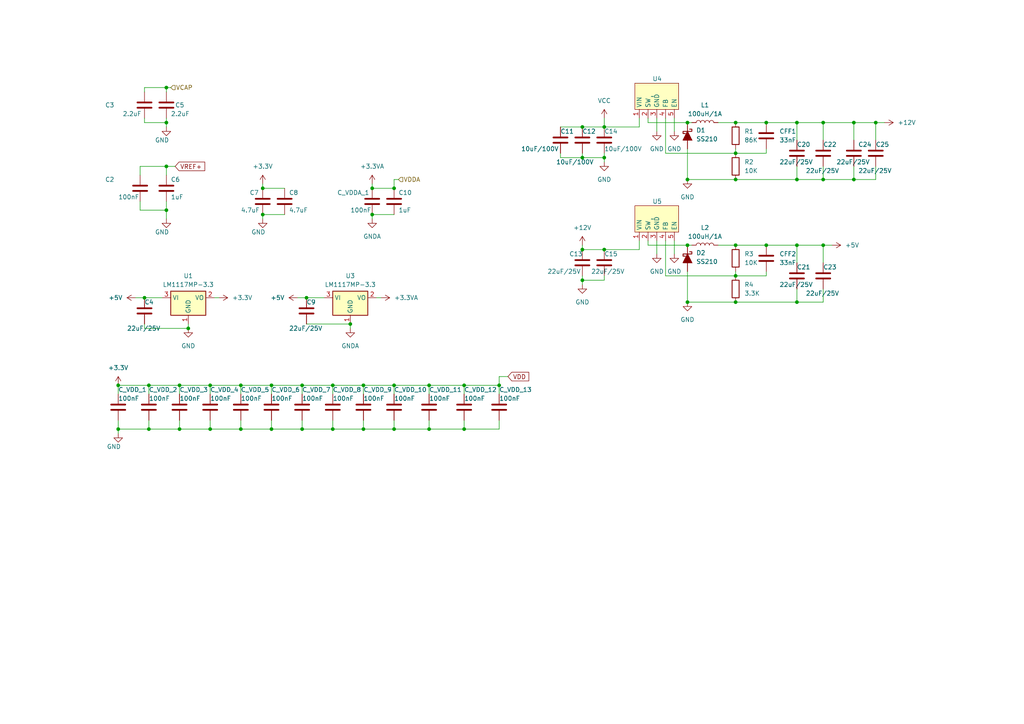
<source format=kicad_sch>
(kicad_sch (version 20230121) (generator eeschema)
  (paper "A4")
  (lib_symbols
    (symbol "CycleIQ:XL7015E1"
      (property "Reference" "U" (at 1.27 5.08 0))
      (symbol "XL7015E1_1_1"
        (rectangle (start -5.08 3.81) (end 7.62 -3.81) (fill (type background)))
        (pin power_in line (at -3.81 -6.35 90) (length 2.54) (name "VIN") (number "1"))
        (pin power_out line (at -1.27 -6.35 90) (length 2.54) (name "SW") (number "2"))
        (pin power_in line (at 1.27 -6.35 90) (length 2.54) (name "GND") (number "3"))
        (pin input line (at 3.81 -6.35 90) (length 2.54) (name "FB") (number "4"))
        (pin input line (at 6.35 -6.35 90) (length 2.54) (name "EN") (number "5"))
      )
    )
    (symbol "Device:C" (pin_numbers hide) (pin_names (offset 0.254))
      (property "Reference" "C" (at 0.635 2.54 0))
      (property "Value" "C" (at 0.635 -2.54 0))
      (symbol "C_0_1"
        (polyline (pts (xy -2.032 -0.762) (xy 2.032 -0.762)) (stroke (width 0.508)))
        (polyline (pts (xy -2.032 0.762) (xy 2.032 0.762)) (stroke (width 0.508)))
      )
      (symbol "C_1_1"
        (pin passive line (at 0 3.81 270) (length 2.794) (name "~") (number "1"))
        (pin passive line (at 0 -3.81 90) (length 2.794) (name "~") (number "2"))
      )
    )
    (symbol "Device:L" (pin_numbers hide) (pin_names (offset 1.016) hide)
      (property "Reference" "L" (at -1.27 0 90))
      (property "Value" "L" (at 1.905 0 90))
      (symbol "L_0_1"
        (arc (start 0 -2.54) (mid 0.6323 -1.905) (end 0 -1.27))
        (arc (start 0 -1.27) (mid 0.6323 -0.635) (end 0 0))
        (arc (start 0 0) (mid 0.6323 0.635) (end 0 1.27))
        (arc (start 0 1.27) (mid 0.6323 1.905) (end 0 2.54))
      )
      (symbol "L_1_1"
        (pin passive line (at 0 3.81 270) (length 1.27) (name "1") (number "1"))
        (pin passive line (at 0 -3.81 90) (length 1.27) (name "2") (number "2"))
      )
    )
    (symbol "Device:R" (pin_numbers hide) (pin_names (offset 0))
      (property "Reference" "R" (at 2.032 0 90))
      (property "Value" "R" (at 0 0 90))
      (symbol "R_0_1"
        (rectangle (start -1.016 -2.54) (end 1.016 2.54) (stroke (width 0.254)))
      )
      (symbol "R_1_1"
        (pin passive line (at 0 3.81 270) (length 1.27) (name "~") (number "1"))
        (pin passive line (at 0 -3.81 90) (length 1.27) (name "~") (number "2"))
      )
    )
    (symbol "PCM_Diode_Schottky_AKL:SS210" (pin_numbers hide) (pin_names (offset 1.016) hide)
      (property "Reference" "D" (at 0 5.08 0))
      (property "Value" "SS210" (at 0 2.54 0))
      (symbol "SS210_0_1"
        (polyline (pts (xy -1.27 0) (xy 1.27 0)))
        (polyline (pts (xy -1.27 -1.27) (xy -1.27 1.27) (xy 1.27 0) (xy -1.27 -1.27)) (stroke (width 0.254)) (fill (type outline)))
        (polyline (pts (xy 1.905 -0.635) (xy 1.905 -1.27) (xy 1.27 -1.27) (xy 1.27 1.27) (xy 0.635 1.27) (xy 0.635 0.635)) (stroke (width 0.254)))
      )
      (symbol "SS210_1_1"
        (pin passive line (at 3.81 0 180) (length 2.54) (name "K") (number "1"))
        (pin passive line (at -3.81 0 0) (length 2.54) (name "A") (number "2"))
      )
    )
    (symbol "Regulator_Linear:LM1117MP-3.3"
      (property "Reference" "U" (at -3.81 3.175 0))
      (property "Value" "LM1117MP-3.3" (at 0 3.175 0))
      (symbol "LM1117MP-3.3_0_1"
        (rectangle (start -5.08 -5.08) (end 5.08 1.905) (stroke (width 0.254)) (fill (type background)))
      )
      (symbol "LM1117MP-3.3_1_1"
        (pin power_in line (at 0 -7.62 90) (length 2.54) (name "GND") (number "1"))
        (pin power_out line (at 7.62 0 180) (length 2.54) (name "VO") (number "2"))
        (pin power_in line (at -7.62 0 0) (length 2.54) (name "VI") (number "3"))
      )
    )
    (symbol "power:+12V" (power) (pin_names (offset 0))
      (property "Value" "+12V" (at 0 3.556 0))
      (symbol "+12V_0_1"
        (polyline (pts (xy -0.762 1.27) (xy 0 2.54)))
        (polyline (pts (xy 0 0) (xy 0 2.54)))
        (polyline (pts (xy 0 2.54) (xy 0.762 1.27)))
      )
      (symbol "+12V_1_1"
        (pin power_in line (at 0 0 90) (length 0) hide (name "+12V") (number "1"))
      )
    )
    (symbol "power:+3.3V" (power) (pin_names (offset 0))
      (property "Value" "+3.3V" (at 0 3.556 0))
      (symbol "+3.3V_0_1"
        (polyline (pts (xy -0.762 1.27) (xy 0 2.54)))
        (polyline (pts (xy 0 0) (xy 0 2.54)))
        (polyline (pts (xy 0 2.54) (xy 0.762 1.27)))
      )
      (symbol "+3.3V_1_1"
        (pin power_in line (at 0 0 90) (length 0) hide (name "+3.3V") (number "1"))
      )
    )
    (symbol "power:+3.3VA" (power) (pin_names (offset 0))
      (property "Value" "+3.3VA" (at 0 3.556 0))
      (symbol "+3.3VA_0_1"
        (polyline (pts (xy -0.762 1.27) (xy 0 2.54)))
        (polyline (pts (xy 0 0) (xy 0 2.54)))
        (polyline (pts (xy 0 2.54) (xy 0.762 1.27)))
      )
      (symbol "+3.3VA_1_1"
        (pin power_in line (at 0 0 90) (length 0) hide (name "+3.3VA") (number "1"))
      )
    )
    (symbol "power:+5V" (power) (pin_names (offset 0))
      (property "Value" "+5V" (at 0 3.556 0))
      (symbol "+5V_0_1"
        (polyline (pts (xy -0.762 1.27) (xy 0 2.54)))
        (polyline (pts (xy 0 0) (xy 0 2.54)))
        (polyline (pts (xy 0 2.54) (xy 0.762 1.27)))
      )
      (symbol "+5V_1_1"
        (pin power_in line (at 0 0 90) (length 0) hide (name "+5V") (number "1"))
      )
    )
    (symbol "power:GND" (power) (pin_names (offset 0))
      (property "Value" "GND" (at 0 -3.81 0))
      (symbol "GND_0_1"
        (polyline (pts (xy 0 0) (xy 0 -1.27) (xy 1.27 -1.27) (xy 0 -2.54) (xy -1.27 -1.27) (xy 0 -1.27)))
      )
      (symbol "GND_1_1"
        (pin power_in line (at 0 0 270) (length 0) hide (name "GND") (number "1"))
      )
    )
    (symbol "power:GNDA" (power) (pin_names (offset 0))
      (property "Value" "GNDA" (at 0 -3.81 0))
      (symbol "GNDA_0_1"
        (polyline (pts (xy 0 0) (xy 0 -1.27) (xy 1.27 -1.27) (xy 0 -2.54) (xy -1.27 -1.27) (xy 0 -1.27)))
      )
      (symbol "GNDA_1_1"
        (pin power_in line (at 0 0 270) (length 0) hide (name "GNDA") (number "1"))
      )
    )
    (symbol "power:VCC" (power) (pin_names (offset 0))
      (property "Value" "VCC" (at 0 3.81 0))
      (symbol "VCC_0_1"
        (polyline (pts (xy -0.762 1.27) (xy 0 2.54)))
        (polyline (pts (xy 0 0) (xy 0 2.54)))
        (polyline (pts (xy 0 2.54) (xy 0.762 1.27)))
      )
      (symbol "VCC_1_1"
        (pin power_in line (at 0 0 90) (length 0) hide (name "VCC") (number "1"))
      )
    )
  )
  (junction (at 231.14 35.56))
  (junction (at 43.18 124.46))
  (junction (at 48.26 25.4))
  (junction (at 199.39 87.63))
  (junction (at 168.91 36.83))
  (junction (at 105.41 124.46))
  (junction (at 52.07 111.76))
  (junction (at 87.63 124.46))
  (junction (at 199.39 35.56))
  (junction (at 78.74 124.46))
  (junction (at 107.95 62.23))
  (junction (at 76.2 62.23))
  (junction (at 175.26 45.72))
  (junction (at 168.91 45.72))
  (junction (at 213.36 80.01))
  (junction (at 114.3 54.61))
  (junction (at 222.25 35.56))
  (junction (at 175.26 72.39))
  (junction (at 34.29 111.76))
  (junction (at 168.91 72.39))
  (junction (at 231.14 87.63))
  (junction (at 199.39 52.07))
  (junction (at 213.36 44.45))
  (junction (at 107.95 54.61))
  (junction (at 247.65 35.56))
  (junction (at 231.14 52.07))
  (junction (at 54.61 95.25))
  (junction (at 213.36 52.07))
  (junction (at 134.62 124.46))
  (junction (at 213.36 35.56))
  (junction (at 124.46 124.46))
  (junction (at 48.26 48.26))
  (junction (at 238.76 71.12))
  (junction (at 78.74 111.76))
  (junction (at 199.39 71.12))
  (junction (at 76.2 54.61))
  (junction (at 168.91 81.28))
  (junction (at 48.26 60.96))
  (junction (at 254 35.56))
  (junction (at 231.14 71.12))
  (junction (at 34.29 124.46))
  (junction (at 96.52 124.46))
  (junction (at 134.62 111.76))
  (junction (at 222.25 71.12))
  (junction (at 213.36 87.63))
  (junction (at 105.41 111.76))
  (junction (at 96.52 111.76))
  (junction (at 52.07 124.46))
  (junction (at 43.18 111.76))
  (junction (at 238.76 52.07))
  (junction (at 101.6 93.98))
  (junction (at 48.26 35.56))
  (junction (at 69.85 124.46))
  (junction (at 238.76 35.56))
  (junction (at 213.36 71.12))
  (junction (at 41.91 86.36))
  (junction (at 87.63 111.76))
  (junction (at 60.96 124.46))
  (junction (at 124.46 111.76))
  (junction (at 175.26 36.83))
  (junction (at 114.3 124.46))
  (junction (at 69.85 111.76))
  (junction (at 60.96 111.76))
  (junction (at 247.65 52.07))
  (junction (at 88.9 86.36))
  (junction (at 144.78 111.76))
  (junction (at 114.3 111.76))
  (wire (pts (xy 40.64 48.26) (xy 48.26 48.26)))
  (wire (pts (xy 247.65 40.64) (xy 247.65 35.56)))
  (wire (pts (xy 69.85 111.76) (xy 69.85 114.3)))
  (wire (pts (xy 41.91 25.4) (xy 41.91 26.67)))
  (wire (pts (xy 52.07 111.76) (xy 52.07 114.3)))
  (wire (pts (xy 107.95 54.61) (xy 114.3 54.61)))
  (wire (pts (xy 195.58 34.29) (xy 195.58 38.1)))
  (wire (pts (xy 222.25 35.56) (xy 231.14 35.56)))
  (wire (pts (xy 231.14 71.12) (xy 238.76 71.12)))
  (wire (pts (xy 231.14 52.07) (xy 238.76 52.07)))
  (wire (pts (xy 124.46 121.92) (xy 124.46 124.46)))
  (wire (pts (xy 185.42 72.39) (xy 185.42 69.85)))
  (wire (pts (xy 238.76 83.82) (xy 238.76 87.63)))
  (wire (pts (xy 175.26 72.39) (xy 185.42 72.39)))
  (wire (pts (xy 168.91 81.28) (xy 168.91 82.55)))
  (wire (pts (xy 208.28 35.56) (xy 213.36 35.56)))
  (wire (pts (xy 43.18 121.92) (xy 43.18 124.46)))
  (wire (pts (xy 48.26 60.96) (xy 48.26 58.42)))
  (wire (pts (xy 231.14 40.64) (xy 231.14 35.56)))
  (wire (pts (xy 101.6 93.98) (xy 101.6 95.25)))
  (wire (pts (xy 105.41 114.3) (xy 105.41 111.76)))
  (wire (pts (xy 222.25 80.01) (xy 213.36 80.01)))
  (wire (pts (xy 162.56 44.45) (xy 162.56 45.72)))
  (wire (pts (xy 34.29 111.76) (xy 43.18 111.76)))
  (wire (pts (xy 43.18 111.76) (xy 52.07 111.76)))
  (wire (pts (xy 48.26 25.4) (xy 49.53 25.4)))
  (wire (pts (xy 199.39 52.07) (xy 213.36 52.07)))
  (wire (pts (xy 60.96 111.76) (xy 69.85 111.76)))
  (wire (pts (xy 96.52 114.3) (xy 96.52 111.76)))
  (wire (pts (xy 213.36 78.74) (xy 213.36 80.01)))
  (wire (pts (xy 134.62 124.46) (xy 144.78 124.46)))
  (wire (pts (xy 41.91 35.56) (xy 48.26 35.56)))
  (wire (pts (xy 175.26 36.83) (xy 185.42 36.83)))
  (wire (pts (xy 78.74 114.3) (xy 78.74 111.76)))
  (wire (pts (xy 114.3 111.76) (xy 105.41 111.76)))
  (wire (pts (xy 213.36 35.56) (xy 222.25 35.56)))
  (wire (pts (xy 76.2 62.23) (xy 76.2 63.5)))
  (wire (pts (xy 88.9 86.36) (xy 93.98 86.36)))
  (wire (pts (xy 238.76 35.56) (xy 238.76 40.64)))
  (wire (pts (xy 222.25 71.12) (xy 231.14 71.12)))
  (wire (pts (xy 105.41 111.76) (xy 96.52 111.76)))
  (wire (pts (xy 254 40.64) (xy 254 35.56)))
  (wire (pts (xy 54.61 93.98) (xy 54.61 95.25)))
  (wire (pts (xy 34.29 111.76) (xy 34.29 114.3)))
  (wire (pts (xy 109.22 86.36) (xy 110.49 86.36)))
  (wire (pts (xy 124.46 111.76) (xy 124.46 114.3)))
  (wire (pts (xy 175.26 80.01) (xy 175.26 81.28)))
  (wire (pts (xy 43.18 124.46) (xy 52.07 124.46)))
  (wire (pts (xy 190.5 69.85) (xy 190.5 73.66)))
  (wire (pts (xy 69.85 124.46) (xy 60.96 124.46)))
  (wire (pts (xy 247.65 35.56) (xy 254 35.56)))
  (wire (pts (xy 190.5 34.29) (xy 190.5 38.1)))
  (wire (pts (xy 86.36 86.36) (xy 88.9 86.36)))
  (wire (pts (xy 87.63 124.46) (xy 96.52 124.46)))
  (wire (pts (xy 43.18 111.76) (xy 43.18 114.3)))
  (wire (pts (xy 187.96 69.85) (xy 187.96 71.12)))
  (wire (pts (xy 175.26 45.72) (xy 175.26 46.99)))
  (wire (pts (xy 193.04 80.01) (xy 193.04 69.85)))
  (wire (pts (xy 107.95 53.34) (xy 107.95 54.61)))
  (wire (pts (xy 82.55 62.23) (xy 76.2 62.23)))
  (wire (pts (xy 231.14 83.82) (xy 231.14 87.63)))
  (wire (pts (xy 48.26 25.4) (xy 48.26 26.67)))
  (wire (pts (xy 222.25 43.18) (xy 222.25 44.45)))
  (wire (pts (xy 238.76 35.56) (xy 247.65 35.56)))
  (wire (pts (xy 78.74 124.46) (xy 87.63 124.46)))
  (wire (pts (xy 144.78 121.92) (xy 144.78 124.46)))
  (wire (pts (xy 199.39 78.74) (xy 199.39 87.63)))
  (wire (pts (xy 193.04 44.45) (xy 193.04 34.29)))
  (wire (pts (xy 48.26 35.56) (xy 48.26 34.29)))
  (wire (pts (xy 78.74 111.76) (xy 69.85 111.76)))
  (wire (pts (xy 52.07 111.76) (xy 60.96 111.76)))
  (wire (pts (xy 175.26 34.29) (xy 175.26 36.83)))
  (wire (pts (xy 213.36 80.01) (xy 193.04 80.01)))
  (wire (pts (xy 48.26 48.26) (xy 48.26 50.8)))
  (wire (pts (xy 96.52 111.76) (xy 87.63 111.76)))
  (wire (pts (xy 87.63 121.92) (xy 87.63 124.46)))
  (wire (pts (xy 76.2 53.34) (xy 76.2 54.61)))
  (wire (pts (xy 124.46 124.46) (xy 134.62 124.46)))
  (wire (pts (xy 231.14 76.2) (xy 231.14 71.12)))
  (wire (pts (xy 114.3 52.07) (xy 114.3 54.61)))
  (wire (pts (xy 40.64 58.42) (xy 40.64 60.96)))
  (wire (pts (xy 69.85 124.46) (xy 78.74 124.46)))
  (wire (pts (xy 88.9 93.98) (xy 101.6 93.98)))
  (wire (pts (xy 41.91 25.4) (xy 48.26 25.4)))
  (wire (pts (xy 238.76 71.12) (xy 241.3 71.12)))
  (wire (pts (xy 107.95 62.23) (xy 107.95 63.5)))
  (wire (pts (xy 238.76 48.26) (xy 238.76 52.07)))
  (wire (pts (xy 195.58 69.85) (xy 195.58 73.66)))
  (wire (pts (xy 41.91 86.36) (xy 46.99 86.36)))
  (wire (pts (xy 168.91 81.28) (xy 175.26 81.28)))
  (wire (pts (xy 114.3 111.76) (xy 114.3 114.3)))
  (wire (pts (xy 87.63 114.3) (xy 87.63 111.76)))
  (wire (pts (xy 105.41 124.46) (xy 114.3 124.46)))
  (wire (pts (xy 199.39 35.56) (xy 200.66 35.56)))
  (wire (pts (xy 40.64 50.8) (xy 40.64 48.26)))
  (wire (pts (xy 247.65 48.26) (xy 247.65 52.07)))
  (wire (pts (xy 78.74 121.92) (xy 78.74 124.46)))
  (wire (pts (xy 199.39 87.63) (xy 213.36 87.63)))
  (wire (pts (xy 213.36 44.45) (xy 193.04 44.45)))
  (wire (pts (xy 231.14 48.26) (xy 231.14 52.07)))
  (wire (pts (xy 39.37 86.36) (xy 41.91 86.36)))
  (wire (pts (xy 34.29 124.46) (xy 43.18 124.46)))
  (wire (pts (xy 222.25 44.45) (xy 213.36 44.45)))
  (wire (pts (xy 41.91 95.25) (xy 54.61 95.25)))
  (wire (pts (xy 213.36 43.18) (xy 213.36 44.45)))
  (wire (pts (xy 52.07 124.46) (xy 60.96 124.46)))
  (wire (pts (xy 62.23 86.36) (xy 63.5 86.36)))
  (wire (pts (xy 134.62 111.76) (xy 124.46 111.76)))
  (wire (pts (xy 48.26 36.83) (xy 48.26 35.56)))
  (wire (pts (xy 48.26 60.96) (xy 48.26 63.5)))
  (wire (pts (xy 199.39 43.18) (xy 199.39 52.07)))
  (wire (pts (xy 40.64 60.96) (xy 48.26 60.96)))
  (wire (pts (xy 134.62 121.92) (xy 134.62 124.46)))
  (wire (pts (xy 187.96 34.29) (xy 187.96 35.56)))
  (wire (pts (xy 114.3 124.46) (xy 124.46 124.46)))
  (wire (pts (xy 162.56 36.83) (xy 168.91 36.83)))
  (wire (pts (xy 41.91 34.29) (xy 41.91 35.56)))
  (wire (pts (xy 69.85 121.92) (xy 69.85 124.46)))
  (wire (pts (xy 114.3 52.07) (xy 115.57 52.07)))
  (wire (pts (xy 168.91 44.45) (xy 168.91 45.72)))
  (wire (pts (xy 238.76 52.07) (xy 247.65 52.07)))
  (wire (pts (xy 144.78 114.3) (xy 144.78 111.76)))
  (wire (pts (xy 231.14 35.56) (xy 238.76 35.56)))
  (wire (pts (xy 222.25 78.74) (xy 222.25 80.01)))
  (wire (pts (xy 168.91 72.39) (xy 175.26 72.39)))
  (wire (pts (xy 213.36 71.12) (xy 222.25 71.12)))
  (wire (pts (xy 48.26 48.26) (xy 50.8 48.26)))
  (wire (pts (xy 187.96 35.56) (xy 199.39 35.56)))
  (wire (pts (xy 52.07 121.92) (xy 52.07 124.46)))
  (wire (pts (xy 87.63 111.76) (xy 78.74 111.76)))
  (wire (pts (xy 124.46 111.76) (xy 114.3 111.76)))
  (wire (pts (xy 168.91 80.01) (xy 168.91 81.28)))
  (wire (pts (xy 144.78 109.22) (xy 147.32 109.22)))
  (wire (pts (xy 34.29 121.92) (xy 34.29 124.46)))
  (wire (pts (xy 96.52 124.46) (xy 105.41 124.46)))
  (wire (pts (xy 168.91 36.83) (xy 175.26 36.83)))
  (wire (pts (xy 60.96 121.92) (xy 60.96 124.46)))
  (wire (pts (xy 254 52.07) (xy 247.65 52.07)))
  (wire (pts (xy 82.55 54.61) (xy 76.2 54.61)))
  (wire (pts (xy 107.95 62.23) (xy 114.3 62.23)))
  (wire (pts (xy 168.91 45.72) (xy 175.26 45.72)))
  (wire (pts (xy 213.36 52.07) (xy 231.14 52.07)))
  (wire (pts (xy 60.96 111.76) (xy 60.96 114.3)))
  (wire (pts (xy 175.26 44.45) (xy 175.26 45.72)))
  (wire (pts (xy 168.91 71.12) (xy 168.91 72.39)))
  (wire (pts (xy 41.91 93.98) (xy 41.91 95.25)))
  (wire (pts (xy 231.14 87.63) (xy 238.76 87.63)))
  (wire (pts (xy 185.42 36.83) (xy 185.42 34.29)))
  (wire (pts (xy 162.56 45.72) (xy 168.91 45.72)))
  (wire (pts (xy 254 48.26) (xy 254 52.07)))
  (wire (pts (xy 114.3 121.92) (xy 114.3 124.46)))
  (wire (pts (xy 134.62 111.76) (xy 134.62 114.3)))
  (wire (pts (xy 105.41 121.92) (xy 105.41 124.46)))
  (wire (pts (xy 187.96 71.12) (xy 199.39 71.12)))
  (wire (pts (xy 199.39 71.12) (xy 200.66 71.12)))
  (wire (pts (xy 213.36 87.63) (xy 231.14 87.63)))
  (wire (pts (xy 96.52 121.92) (xy 96.52 124.46)))
  (wire (pts (xy 144.78 109.22) (xy 144.78 111.76)))
  (wire (pts (xy 208.28 71.12) (xy 213.36 71.12)))
  (wire (pts (xy 254 35.56) (xy 256.54 35.56)))
  (wire (pts (xy 144.78 111.76) (xy 134.62 111.76)))
  (wire (pts (xy 34.29 124.46) (xy 34.29 125.73)))
  (wire (pts (xy 238.76 71.12) (xy 238.76 76.2)))
  (global_label "VDD" (shape input) (at 147.32 109.22 0) (property "Intersheetrefs" "${INTERSHEET_REFS}" (effects hide)))
  (global_label "VREF+" (shape input) (at 50.8 48.26 0) (property "Intersheetrefs" "${INTERSHEET_REFS}" (effects hide)))
  (hierarchical_label "VDDA" (shape input) (at 115.57 52.07 0))
  (hierarchical_label "VCAP" (shape input) (at 49.53 25.4 0))
  (symbol (lib_id "power:+12V") (at 256.54 35.56 270) (unit 1)
    (property "Reference" "#PWR040" (effects hide))
    (property "Value" "+12V" (at 260.35 35.56 90) (effects (justify left)))
    (instances (project "mini-50-logic" (path "" (reference "#PWR040") (unit 1))) (project "mini-50" (path "" (reference "#PWR031") (unit 1))))
  )
  (symbol (lib_id "Device:C") (at 48.26 30.48 0) (unit 1)
    (property "Reference" "C5" (at 50.8 30.48 0) (effects (justify left)))
    (property "Value" "2.2uF" (at 49.53 33.02 0) (effects (justify left)))
    (property "Footprint" "PCM_Capacitor_SMD_AKL:C_0603_1608Metric" (effects hide))
    (instances (project "mini-50-logic" (path "" (reference "C5") (unit 1))) (project "mini-50" (path "" (reference "C1") (unit 1)) (path "" (reference "C_VCAP_2") (unit 1))))
  )
  (symbol (lib_id "Device:C") (at 107.95 58.42 0) (unit 1)
    (property "Reference" "C_VDDA_1" (at 97.79 55.88 0) (effects (justify left)))
    (property "Value" "100nF" (at 101.6 60.96 0) (effects (justify left)))
    (property "Footprint" "PCM_Capacitor_SMD_AKL:C_0201_0603Metric" (effects hide))
  )
  (symbol (lib_id "power:GNDA") (at 101.6 95.25 0) (unit 1)
    (property "Reference" "#PWR023" (effects hide))
    (property "Value" "GNDA" (at 101.6 100.33 0))
    (instances (project "mini-50-logic" (path "" (reference "#PWR023") (unit 1))) (project "mini-50" (path "" (reference "#PWR016") (unit 1))))
  )
  (symbol (lib_id "CycleIQ:XL7015E1") (at 189.23 27.94 0) (unit 1)
    (property "Reference" "U4" (at 189.23 22.86 0) (effects (justify left)))
    (property "Value" "~" (at 189.23 27.94 0))
    (property "Footprint" "PCM_Package_TO_SOT_SMD_AKL:TO-252-5_TabPin3" (effects hide))
    (property "Datasheet" "https://pdf1.alldatasheet.pl/datasheet-pdf/download/1134399/XLSEMI/XL7015E1.html" (effects hide))
  )
  (symbol (lib_id "power:GND") (at 48.26 36.83 0) (unit 1)
    (property "Reference" "#PWR016" (effects hide))
    (property "Value" "GND" (at 46.99 40.64 0))
    (instances (project "mini-50-logic" (path "" (reference "#PWR016") (unit 1))) (project "mini-50" (path "" (reference "#PWR05") (unit 1)) (path "" (reference "#PWR09") (unit 1))))
  )
  (symbol (lib_id "Device:C") (at 254 44.45 0) (unit 1)
    (property "Reference" "C25" (at 254 41.91 0) (effects (justify left)))
    (property "Value" "22uF/25V" (at 248.92 49.53 0) (effects (justify left)))
    (property "Footprint" "PCM_Capacitor_SMD_AKL:C_1206_3216Metric" (effects hide))
    (instances (project "mini-50-logic" (path "" (reference "C25") (unit 1))) (project "mini-50" (path "" (reference "C16") (unit 1))))
  )
  (symbol (lib_id "power:+5V") (at 86.36 86.36 90) (unit 1)
    (property "Reference" "#PWR022" (effects hide))
    (property "Value" "+5V" (at 82.55 86.36 90) (effects (justify left)))
    (instances (project "mini-50-logic" (path "" (reference "#PWR022") (unit 1))) (project "mini-50" (path "" (reference "#PWR015") (unit 1))))
  )
  (symbol (lib_id "Regulator_Linear:LM1117MP-3.3") (at 101.6 86.36 0) (unit 1)
    (property "Reference" "U3" (at 101.6 80.01 0))
    (property "Value" "LM1117MP-3.3" (at 101.6 82.55 0))
    (property "Footprint" "Package_TO_SOT_SMD:SOT-223-3_TabPin2" (effects hide))
    (property "Datasheet" "http://www.ti.com/lit/ds/symlink/lm1117.pdf" (effects hide))
  )
  (symbol (lib_id "power:GND") (at 168.91 82.55 0) (unit 1)
    (property "Reference" "#PWR028" (effects hide))
    (property "Value" "GND" (at 168.91 87.63 0))
    (instances (project "mini-50-logic" (path "" (reference "#PWR028") (unit 1))) (project "mini-50" (path "" (reference "#PWR021") (unit 1))))
  )
  (symbol (lib_id "power:+3.3V") (at 34.29 111.76 0) (unit 1)
    (property "Reference" "#PWR013" (effects hide))
    (property "Value" "+3.3V" (at 34.29 106.68 0))
    (instances (project "mini-50-logic" (path "" (reference "#PWR013") (unit 1))) (project "mini-50" (path "" (reference "#PWR06") (unit 1))))
  )
  (symbol (lib_id "Device:C") (at 222.25 74.93 0) (unit 1)
    (property "Reference" "CFF2" (at 226.06 73.66 0) (effects (justify left)))
    (property "Value" "33nF" (at 226.06 76.2 0) (effects (justify left)))
  )
  (symbol (lib_id "power:GND") (at 199.39 52.07 0) (unit 1)
    (property "Reference" "#PWR035" (effects hide))
    (property "Value" "GND" (at 199.39 57.15 0))
    (instances (project "mini-50-logic" (path "" (reference "#PWR035") (unit 1))) (project "mini-50" (path "" (reference "#PWR028") (unit 1))))
  )
  (symbol (lib_id "power:+5V") (at 39.37 86.36 90) (unit 1)
    (property "Reference" "#PWR015" (effects hide))
    (property "Value" "+5V" (at 35.56 86.36 90) (effects (justify left)))
    (instances (project "mini-50-logic" (path "" (reference "#PWR015") (unit 1))) (project "mini-50" (path "" (reference "#PWR08") (unit 1))))
  )
  (symbol (lib_id "Device:C") (at 41.91 90.17 0) (unit 1)
    (property "Reference" "C4" (at 41.91 87.63 0) (effects (justify left)))
    (property "Value" "22uF/25V" (at 36.83 95.25 0) (effects (justify left)))
    (property "Footprint" "PCM_Capacitor_SMD_AKL:C_1206_3216Metric" (effects hide))
    (instances (project "mini-50-logic" (path "" (reference "C4") (unit 1))) (project "mini-50" (path "" (reference "C2") (unit 1))))
  )
  (symbol (lib_id "Device:C") (at 105.41 118.11 0) (unit 1)
    (property "Reference" "C_VDD_9" (at 105.41 113.03 0) (effects (justify left)))
    (property "Value" "100nF" (at 105.41 115.57 0) (effects (justify left)))
    (property "Footprint" "PCM_Capacitor_SMD_AKL:C_0201_0603Metric" (effects hide))
  )
  (symbol (lib_id "power:GNDA") (at 107.95 63.5 0) (unit 1)
    (property "Reference" "#PWR025" (effects hide))
    (property "Value" "GNDA" (at 107.95 68.58 0))
    (instances (project "mini-50-logic" (path "" (reference "#PWR025") (unit 1))) (project "mini-50" (path "" (reference "#PWR018") (unit 1))))
  )
  (symbol (lib_id "power:GND") (at 190.5 73.66 0) (unit 1)
    (property "Reference" "#PWR032" (effects hide))
    (property "Value" "GND" (at 190.5 78.74 0))
    (instances (project "mini-50-logic" (path "" (reference "#PWR032") (unit 1))) (project "mini-50" (path "" (reference "#PWR025") (unit 1))))
  )
  (symbol (lib_id "power:GND") (at 199.39 87.63 0) (unit 1)
    (property "Reference" "#PWR036" (effects hide))
    (property "Value" "GND" (at 199.39 92.71 0))
    (instances (project "mini-50-logic" (path "" (reference "#PWR036") (unit 1))) (project "mini-50" (path "" (reference "#PWR029") (unit 1))))
  )
  (symbol (lib_id "Device:C") (at 52.07 118.11 0) (unit 1)
    (property "Reference" "C_VDD_3" (at 52.07 113.03 0) (effects (justify left)))
    (property "Value" "100nF" (at 52.07 115.57 0) (effects (justify left)))
    (property "Footprint" "PCM_Capacitor_SMD_AKL:C_0201_0603Metric" (effects hide))
  )
  (symbol (lib_id "power:GND") (at 34.29 125.73 0) (unit 1)
    (property "Reference" "#PWR014" (effects hide))
    (property "Value" "GND" (at 33.02 129.54 0))
    (instances (project "mini-50-logic" (path "" (reference "#PWR014") (unit 1))) (project "mini-50" (path "" (reference "#PWR05") (unit 1)) (path "" (reference "#PWR07") (unit 1))))
  )
  (symbol (lib_id "Device:L") (at 204.47 71.12 90) (unit 1)
    (property "Reference" "L2" (at 204.47 66.04 90))
    (property "Value" "100uH/1A" (at 204.47 68.58 90))
  )
  (symbol (lib_id "Device:C") (at 48.26 54.61 0) (unit 1)
    (property "Reference" "C6" (at 49.53 52.07 0) (effects (justify left)))
    (property "Value" "1uF" (at 49.53 57.15 0) (effects (justify left)))
    (property "Footprint" "PCM_Capacitor_SMD_AKL:C_0603_1608Metric" (effects hide))
    (instances (project "mini-50-logic" (path "" (reference "C6") (unit 1))) (project "mini-50" (path "" (reference "C3") (unit 1)) (path "" (reference "C_VREF_2") (unit 1))))
  )
  (symbol (lib_id "Device:C") (at 87.63 118.11 0) (unit 1)
    (property "Reference" "C_VDD_7" (at 87.63 113.03 0) (effects (justify left)))
    (property "Value" "100nF" (at 87.63 115.57 0) (effects (justify left)))
    (property "Footprint" "PCM_Capacitor_SMD_AKL:C_0201_0603Metric" (effects hide))
  )
  (symbol (lib_id "Device:C") (at 60.96 118.11 0) (unit 1)
    (property "Reference" "C_VDD_4" (at 60.96 113.03 0) (effects (justify left)))
    (property "Value" "100nF" (at 60.96 115.57 0) (effects (justify left)))
    (property "Footprint" "PCM_Capacitor_SMD_AKL:C_0201_0603Metric" (effects hide))
  )
  (symbol (lib_id "Device:C") (at 222.25 39.37 0) (unit 1)
    (property "Reference" "CFF1" (at 226.06 38.1 0) (effects (justify left)))
    (property "Value" "33nF" (at 226.06 40.64 0) (effects (justify left)))
  )
  (symbol (lib_id "Device:C") (at 231.14 80.01 0) (unit 1)
    (property "Reference" "C21" (at 231.14 77.47 0) (effects (justify left)))
    (property "Value" "22uF/25V" (at 226.06 82.55 0) (effects (justify left)))
    (property "Footprint" "PCM_Capacitor_SMD_AKL:C_1206_3216Metric" (effects hide))
    (instances (project "mini-50-logic" (path "" (reference "C21") (unit 1))) (project "mini-50" (path "" (reference "C12") (unit 1))))
  )
  (symbol (lib_id "Device:C") (at 238.76 80.01 0) (unit 1)
    (property "Reference" "C23" (at 238.76 77.47 0) (effects (justify left)))
    (property "Value" "22uF/25V" (at 233.68 85.09 0) (effects (justify left)))
    (property "Footprint" "PCM_Capacitor_SMD_AKL:C_1206_3216Metric" (effects hide))
    (instances (project "mini-50-logic" (path "" (reference "C23") (unit 1))) (project "mini-50" (path "" (reference "C14") (unit 1))))
  )
  (symbol (lib_id "Device:C") (at 175.26 76.2 0) (unit 1)
    (property "Reference" "C15" (at 175.26 73.66 0) (effects (justify left)))
    (property "Value" "22uF/25V" (at 171.45 78.74 0) (effects (justify left)))
    (property "Footprint" "PCM_Capacitor_SMD_AKL:C_1206_3216Metric" (effects hide))
    (instances (project "mini-50-logic" (path "" (reference "C15") (unit 1))) (project "mini-50" (path "" (reference "C10") (unit 1))))
  )
  (symbol (lib_id "Device:R") (at 213.36 39.37 0) (unit 1)
    (property "Reference" "R1" (at 215.9 38.1 0) (effects (justify left)))
    (property "Value" "86K" (at 215.9 40.64 0) (effects (justify left)))
  )
  (symbol (lib_id "power:+5V") (at 241.3 71.12 270) (unit 1)
    (property "Reference" "#PWR039" (effects hide))
    (property "Value" "+5V" (at 245.11 71.12 90) (effects (justify left)))
    (instances (project "mini-50-logic" (path "" (reference "#PWR039") (unit 1))) (project "mini-50" (path "" (reference "#PWR030") (unit 1))))
  )
  (symbol (lib_id "PCM_Diode_Schottky_AKL:SS210") (at 199.39 74.93 90) (unit 1)
    (property "Reference" "D2" (at 201.93 73.3425 90) (effects (justify right)))
    (property "Value" "SS210" (at 201.93 75.8825 90) (effects (justify right)))
    (property "Footprint" "Diode_SMD_AKL:D_SMB" (effects hide))
    (property "Datasheet" "https://www.tme.eu/Document/bdc46a1e3695961d8b3ed7cb93097119/S210.pdf" (effects hide))
  )
  (symbol (lib_id "Device:C") (at 114.3 58.42 0) (unit 1)
    (property "Reference" "C10" (at 115.57 55.88 0) (effects (justify left)))
    (property "Value" "1uF" (at 115.57 60.96 0) (effects (justify left)))
    (property "Footprint" "PCM_Capacitor_SMD_AKL:C_0603_1608Metric" (effects hide))
    (instances (project "mini-50-logic" (path "" (reference "C10") (unit 1))) (project "mini-50" (path "" (reference "C3") (unit 1)) (path "" (reference "C_VDDA_2") (unit 1))))
  )
  (symbol (lib_id "PCM_Diode_Schottky_AKL:SS210") (at 199.39 39.37 90) (unit 1)
    (property "Reference" "D1" (at 201.93 37.7825 90) (effects (justify right)))
    (property "Value" "SS210" (at 201.93 40.3225 90) (effects (justify right)))
    (property "Footprint" "Diode_SMD_AKL:D_SMB" (effects hide))
    (property "Datasheet" "https://www.tme.eu/Document/bdc46a1e3695961d8b3ed7cb93097119/S210.pdf" (effects hide))
  )
  (symbol (lib_id "Device:C") (at 69.85 118.11 0) (unit 1)
    (property "Reference" "C_VDD_5" (at 69.85 113.03 0) (effects (justify left)))
    (property "Value" "100nF" (at 69.85 115.57 0) (effects (justify left)))
    (property "Footprint" "PCM_Capacitor_SMD_AKL:C_0201_0603Metric" (effects hide))
  )
  (symbol (lib_id "Device:C") (at 41.91 30.48 0) (unit 1)
    (property "Reference" "C3" (at 30.48 30.48 0) (effects (justify left)))
    (property "Value" "2.2uF" (at 35.56 33.02 0) (effects (justify left)))
    (property "Footprint" "PCM_Capacitor_SMD_AKL:C_0603_1608Metric" (effects hide))
    (instances (project "mini-50-logic" (path "" (reference "C3") (unit 1))) (project "mini-50" (path "" (reference "C2") (unit 1)) (path "" (reference "C_VCAP_1") (unit 1))))
  )
  (symbol (lib_id "Device:C") (at 175.26 40.64 0) (unit 1)
    (property "Reference" "C14" (at 175.26 38.1 0) (effects (justify left)))
    (property "Value" "10uF/100V" (at 175.26 43.18 0) (effects (justify left)))
    (property "Footprint" "PCM_Capacitor_SMD_AKL:C_1210_3225Metric" (effects hide))
    (instances (project "mini-50-logic" (path "" (reference "C14") (unit 1))) (project "mini-50" (path "" (reference "C9") (unit 1))))
  )
  (symbol (lib_id "power:+3.3V") (at 76.2 53.34 0) (unit 1)
    (property "Reference" "#PWR020" (effects hide))
    (property "Value" "+3.3V" (at 76.2 48.26 0))
    (instances (project "mini-50-logic" (path "" (reference "#PWR020") (unit 1))) (project "mini-50" (path "" (reference "#PWR013") (unit 1))))
  )
  (symbol (lib_id "power:GND") (at 54.61 95.25 0) (unit 1)
    (property "Reference" "#PWR018" (effects hide))
    (property "Value" "GND" (at 54.61 100.33 0))
    (instances (project "mini-50-logic" (path "" (reference "#PWR018") (unit 1))) (project "mini-50" (path "" (reference "#PWR011") (unit 1))))
  )
  (symbol (lib_id "power:GND") (at 190.5 38.1 0) (unit 1)
    (property "Reference" "#PWR031" (effects hide))
    (property "Value" "GND" (at 190.5 43.18 0))
    (instances (project "mini-50-logic" (path "" (reference "#PWR031") (unit 1))) (project "mini-50" (path "" (reference "#PWR024") (unit 1))))
  )
  (symbol (lib_id "Device:C") (at 162.56 40.64 0) (unit 1)
    (property "Reference" "C11" (at 162.56 38.1 0) (effects (justify left)))
    (property "Value" "10uF/100V" (at 151.13 43.18 0) (effects (justify left)))
    (property "Footprint" "PCM_Capacitor_SMD_AKL:C_1210_3225Metric" (effects hide))
    (instances (project "mini-50-logic" (path "" (reference "C11") (unit 1))) (project "mini-50" (path "" (reference "C6") (unit 1))))
  )
  (symbol (lib_id "Device:C") (at 168.91 40.64 0) (unit 1)
    (property "Reference" "C12" (at 168.91 38.1 0) (effects (justify left)))
    (property "Value" "10uF/100V" (at 161.29 46.99 0) (effects (justify left)))
    (property "Footprint" "PCM_Capacitor_SMD_AKL:C_1210_3225Metric" (effects hide))
    (instances (project "mini-50-logic" (path "" (reference "C12") (unit 1))) (project "mini-50" (path "" (reference "C7") (unit 1))))
  )
  (symbol (lib_id "Device:C") (at 238.76 44.45 0) (unit 1)
    (property "Reference" "C22" (at 238.76 41.91 0) (effects (justify left)))
    (property "Value" "22uF/25V" (at 233.68 49.53 0) (effects (justify left)))
    (property "Footprint" "PCM_Capacitor_SMD_AKL:C_1206_3216Metric" (effects hide))
    (instances (project "mini-50-logic" (path "" (reference "C22") (unit 1))) (project "mini-50" (path "" (reference "C13") (unit 1))))
  )
  (symbol (lib_id "power:+3.3VA") (at 110.49 86.36 270) (unit 1)
    (property "Reference" "#PWR026" (effects hide))
    (property "Value" "+3.3VA" (at 114.3 86.36 90) (effects (justify left)))
    (instances (project "mini-50-logic" (path "" (reference "#PWR026") (unit 1))) (project "mini-50" (path "" (reference "#PWR019") (unit 1))))
  )
  (symbol (lib_id "power:+3.3VA") (at 107.95 53.34 0) (unit 1)
    (property "Reference" "#PWR024" (effects hide))
    (property "Value" "+3.3VA" (at 107.95 48.26 0))
    (instances (project "mini-50-logic" (path "" (reference "#PWR024") (unit 1))) (project "mini-50" (path "" (reference "#PWR017") (unit 1))))
  )
  (symbol (lib_id "Device:C") (at 247.65 44.45 0) (unit 1)
    (property "Reference" "C24" (at 248.92 41.91 0) (effects (justify left)))
    (property "Value" "22uF/25V" (at 242.57 46.99 0) (effects (justify left)))
    (property "Footprint" "PCM_Capacitor_SMD_AKL:C_1206_3216Metric" (effects hide))
    (instances (project "mini-50-logic" (path "" (reference "C24") (unit 1))) (project "mini-50" (path "" (reference "C15") (unit 1))))
  )
  (symbol (lib_id "Device:C") (at 78.74 118.11 0) (unit 1)
    (property "Reference" "C_VDD_6" (at 78.74 113.03 0) (effects (justify left)))
    (property "Value" "100nF" (at 78.74 115.57 0) (effects (justify left)))
    (property "Footprint" "PCM_Capacitor_SMD_AKL:C_0201_0603Metric" (effects hide))
  )
  (symbol (lib_id "Regulator_Linear:LM1117MP-3.3") (at 54.61 86.36 0) (unit 1)
    (property "Reference" "U1" (at 54.61 80.01 0))
    (property "Value" "LM1117MP-3.3" (at 54.61 82.55 0))
    (property "Footprint" "Package_TO_SOT_SMD:SOT-223-3_TabPin2" (effects hide))
    (property "Datasheet" "http://www.ti.com/lit/ds/symlink/lm1117.pdf" (effects hide))
    (instances (project "mini-50-logic" (path "" (reference "U1") (unit 1))) (project "mini-50" (path "" (reference "U2") (unit 1))))
  )
  (symbol (lib_id "Device:C") (at 124.46 118.11 0) (unit 1)
    (property "Reference" "C_VDD_11" (at 124.46 113.03 0) (effects (justify left)))
    (property "Value" "100nF" (at 124.46 115.57 0) (effects (justify left)))
    (property "Footprint" "PCM_Capacitor_SMD_AKL:C_0201_0603Metric" (effects hide))
  )
  (symbol (lib_id "Device:C") (at 168.91 76.2 0) (unit 1)
    (property "Reference" "C13" (at 165.1 73.66 0) (effects (justify left)))
    (property "Value" "22uF/25V" (at 158.75 78.74 0) (effects (justify left)))
    (property "Footprint" "PCM_Capacitor_SMD_AKL:C_1206_3216Metric" (effects hide))
    (instances (project "mini-50-logic" (path "" (reference "C13") (unit 1))) (project "mini-50" (path "" (reference "C8") (unit 1))))
  )
  (symbol (lib_id "Device:C") (at 34.29 118.11 0) (unit 1)
    (property "Reference" "C_VDD_1" (at 34.29 113.03 0) (effects (justify left)))
    (property "Value" "100nF" (at 34.29 115.57 0) (effects (justify left)))
    (property "Footprint" "PCM_Capacitor_SMD_AKL:C_0201_0603Metric" (effects hide))
  )
  (symbol (lib_id "CycleIQ:XL7015E1") (at 189.23 63.5 0) (unit 1)
    (property "Reference" "U5" (at 189.23 58.42 0) (effects (justify left)))
    (property "Value" "~" (at 189.23 63.5 0))
    (property "Footprint" "PCM_Package_TO_SOT_SMD_AKL:TO-252-5_TabPin3" (effects hide))
    (property "Datasheet" "https://pdf1.alldatasheet.pl/datasheet-pdf/download/1134399/XLSEMI/XL7015E1.html" (effects hide))
  )
  (symbol (lib_id "Device:C") (at 88.9 90.17 0) (unit 1)
    (property "Reference" "C9" (at 88.9 87.63 0) (effects (justify left)))
    (property "Value" "22uF/25V" (at 83.82 95.25 0) (effects (justify left)))
    (property "Footprint" "PCM_Capacitor_SMD_AKL:C_1206_3216Metric" (effects hide))
    (instances (project "mini-50-logic" (path "" (reference "C9") (unit 1))) (project "mini-50" (path "" (reference "C5") (unit 1))))
  )
  (symbol (lib_id "Device:R") (at 213.36 83.82 0) (unit 1)
    (property "Reference" "R4" (at 215.9 82.55 0) (effects (justify left)))
    (property "Value" "3.3K" (at 215.9 85.09 0) (effects (justify left)))
  )
  (symbol (lib_id "power:+3.3V") (at 63.5 86.36 270) (unit 1)
    (property "Reference" "#PWR019" (effects hide))
    (property "Value" "+3.3V" (at 67.31 86.36 90) (effects (justify left)))
    (instances (project "mini-50-logic" (path "" (reference "#PWR019") (unit 1))) (project "mini-50" (path "" (reference "#PWR012") (unit 1))))
  )
  (symbol (lib_id "Device:C") (at 114.3 118.11 0) (unit 1)
    (property "Reference" "C_VDD_10" (at 114.3 113.03 0) (effects (justify left)))
    (property "Value" "100nF" (at 114.3 115.57 0) (effects (justify left)))
    (property "Footprint" "PCM_Capacitor_SMD_AKL:C_0201_0603Metric" (effects hide))
  )
  (symbol (lib_id "power:GND") (at 195.58 38.1 0) (unit 1)
    (property "Reference" "#PWR033" (effects hide))
    (property "Value" "GND" (at 195.58 43.18 0))
    (instances (project "mini-50-logic" (path "" (reference "#PWR033") (unit 1))) (project "mini-50" (path "" (reference "#PWR026") (unit 1))))
  )
  (symbol (lib_id "power:GND") (at 48.26 63.5 0) (unit 1)
    (property "Reference" "#PWR017" (effects hide))
    (property "Value" "GND" (at 46.99 67.31 0))
    (instances (project "mini-50-logic" (path "" (reference "#PWR017") (unit 1))) (project "mini-50" (path "" (reference "#PWR01") (unit 1)) (path "" (reference "#PWR010") (unit 1))))
  )
  (symbol (lib_id "Device:C") (at 144.78 118.11 0) (unit 1)
    (property "Reference" "C_VDD_13" (at 144.78 113.03 0) (effects (justify left)))
    (property "Value" "100nF" (at 144.78 115.57 0) (effects (justify left)))
    (property "Footprint" "PCM_Capacitor_SMD_AKL:C_0201_0603Metric" (effects hide))
  )
  (symbol (lib_id "Device:C") (at 134.62 118.11 0) (unit 1)
    (property "Reference" "C_VDD_12" (at 134.62 113.03 0) (effects (justify left)))
    (property "Value" "100nF" (at 134.62 115.57 0) (effects (justify left)))
    (property "Footprint" "PCM_Capacitor_SMD_AKL:C_0201_0603Metric" (effects hide))
  )
  (symbol (lib_id "Device:C") (at 82.55 58.42 0) (unit 1)
    (property "Reference" "C8" (at 83.82 55.88 0) (effects (justify left)))
    (property "Value" "4.7uF" (at 83.82 60.96 0) (effects (justify left)))
    (property "Footprint" "PCM_Capacitor_SMD_AKL:C_1206_3216Metric" (effects hide))
    (instances (project "mini-50-logic" (path "" (reference "C8") (unit 1))) (project "mini-50" (path "" (reference "C4") (unit 1))))
  )
  (symbol (lib_id "Device:C") (at 40.64 54.61 0) (unit 1)
    (property "Reference" "C2" (at 30.48 52.07 0) (effects (justify left)))
    (property "Value" "100nF" (at 34.29 57.15 0) (effects (justify left)))
    (property "Footprint" "PCM_Capacitor_SMD_AKL:C_0201_0603Metric" (effects hide))
    (instances (project "mini-50-logic" (path "" (reference "C2") (unit 1))) (project "mini-50" (path "" (reference "C4") (unit 1)) (path "" (reference "C_VREF_1") (unit 1))))
  )
  (symbol (lib_id "power:VCC") (at 175.26 34.29 0) (unit 1)
    (property "Reference" "#PWR029" (effects hide))
    (property "Value" "VCC" (at 175.26 29.21 0))
    (instances (project "mini-50-logic" (path "" (reference "#PWR029") (unit 1))) (project "mini-50" (path "" (reference "#PWR022") (unit 1))))
  )
  (symbol (lib_id "power:GND") (at 76.2 63.5 0) (unit 1)
    (property "Reference" "#PWR021" (effects hide))
    (property "Value" "GND" (at 74.93 67.31 0))
    (instances (project "mini-50-logic" (path "" (reference "#PWR021") (unit 1))) (project "mini-50" (path "" (reference "#PWR05") (unit 1)) (path "" (reference "#PWR014") (unit 1))))
  )
  (symbol (lib_id "power:GND") (at 175.26 46.99 0) (unit 1)
    (property "Reference" "#PWR030" (effects hide))
    (property "Value" "GND" (at 175.26 52.07 0))
    (instances (project "mini-50-logic" (path "" (reference "#PWR030") (unit 1))) (project "mini-50" (path "" (reference "#PWR023") (unit 1))))
  )
  (symbol (lib_id "Device:C") (at 76.2 58.42 0) (unit 1)
    (property "Reference" "C7" (at 72.39 55.88 0) (effects (justify left)))
    (property "Value" "4.7uF" (at 69.85 60.96 0) (effects (justify left)))
    (property "Footprint" "PCM_Capacitor_SMD_AKL:C_1206_3216Metric" (effects hide))
    (instances (project "mini-50-logic" (path "" (reference "C7") (unit 1))) (project "mini-50" (path "" (reference "C3") (unit 1))))
  )
  (symbol (lib_id "power:GND") (at 195.58 73.66 0) (unit 1)
    (property "Reference" "#PWR034" (effects hide))
    (property "Value" "GND" (at 195.58 78.74 0))
    (instances (project "mini-50-logic" (path "" (reference "#PWR034") (unit 1))) (project "mini-50" (path "" (reference "#PWR027") (unit 1))))
  )
  (symbol (lib_id "Device:C") (at 231.14 44.45 0) (unit 1)
    (property "Reference" "C20" (at 231.14 41.91 0) (effects (justify left)))
    (property "Value" "22uF/25V" (at 226.06 46.99 0) (effects (justify left)))
    (property "Footprint" "PCM_Capacitor_SMD_AKL:C_1206_3216Metric" (effects hide))
    (instances (project "mini-50-logic" (path "" (reference "C20") (unit 1))) (project "mini-50" (path "" (reference "C11") (unit 1))))
  )
  (symbol (lib_id "power:+12V") (at 168.91 71.12 0) (unit 1)
    (property "Reference" "#PWR027" (effects hide))
    (property "Value" "+12V" (at 168.91 66.04 0))
    (instances (project "mini-50-logic" (path "" (reference "#PWR027") (unit 1))) (project "mini-50" (path "" (reference "#PWR020") (unit 1))))
  )
  (symbol (lib_id "Device:R") (at 213.36 74.93 0) (unit 1)
    (property "Reference" "R3" (at 215.9 73.66 0) (effects (justify left)))
    (property "Value" "10K" (at 215.9 76.2 0) (effects (justify left)))
  )
  (symbol (lib_id "Device:C") (at 96.52 118.11 0) (unit 1)
    (property "Reference" "C_VDD_8" (at 96.52 113.03 0) (effects (justify left)))
    (property "Value" "100nF" (at 96.52 115.57 0) (effects (justify left)))
    (property "Footprint" "PCM_Capacitor_SMD_AKL:C_0201_0603Metric" (effects hide))
  )
  (symbol (lib_id "Device:L") (at 204.47 35.56 90) (unit 1)
    (property "Reference" "L1" (at 204.47 30.48 90))
    (property "Value" "100uH/1A" (at 204.47 33.02 90))
  )
  (symbol (lib_id "Device:C") (at 43.18 118.11 0) (unit 1)
    (property "Reference" "C_VDD_2" (at 43.18 113.03 0) (effects (justify left)))
    (property "Value" "100nF" (at 43.18 115.57 0) (effects (justify left)))
    (property "Footprint" "PCM_Capacitor_SMD_AKL:C_0201_0603Metric" (effects hide))
  )
  (symbol (lib_id "Device:R") (at 213.36 48.26 0) (unit 1)
    (property "Reference" "R2" (at 215.9 46.99 0) (effects (justify left)))
    (property "Value" "10K" (at 215.9 49.53 0) (effects (justify left)))
  )
)
</source>
